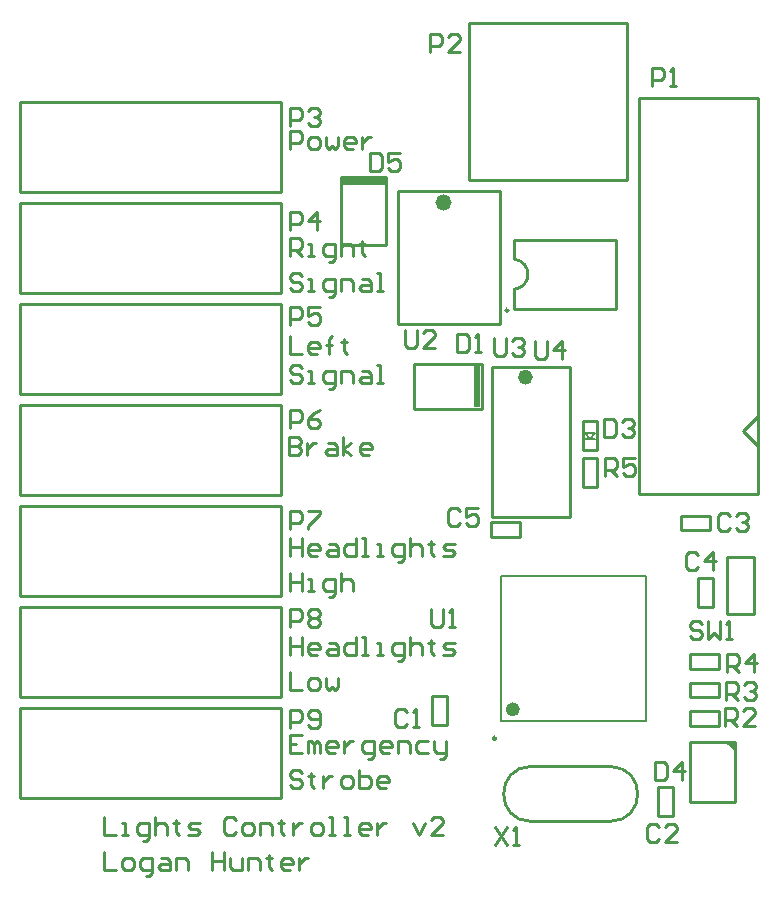
<source format=gto>
G04 Layer_Color=65535*
%FSLAX43Y43*%
%MOMM*%
G71*
G01*
G75*
%ADD20C,0.254*%
%ADD34C,0.250*%
%ADD35C,0.600*%
%ADD36C,0.200*%
%ADD37C,0.152*%
%ADD38R,3.683X0.508*%
%ADD39R,0.508X3.683*%
D20*
X64732Y19700D02*
G03*
X64732Y15050I0J-2325D01*
G01*
X71432D02*
G03*
X71432Y19700I0J2325D01*
G01*
X64754Y52659D02*
G03*
X64754Y52659I-508J0D01*
G01*
X64627D02*
G03*
X64627Y52659I-381J0D01*
G01*
X64246Y52405D02*
G03*
X64132Y52432I0J254D01*
G01*
X64373Y52659D02*
G03*
X64246Y52532I-127J0D01*
G01*
X63307Y60111D02*
G03*
X63318Y62640I-115J1265D01*
G01*
X62811Y58328D02*
G03*
X62811Y58328I-127J0D01*
G01*
X57444Y67449D02*
G03*
X57444Y67449I-127J0D01*
G01*
X57571D02*
G03*
X57571Y67449I-254J0D01*
G01*
X57719D02*
G03*
X57719Y67449I-402J0D01*
G01*
X57885D02*
G03*
X57885Y67449I-568J0D01*
G01*
X57615Y23218D02*
Y25668D01*
X56365Y23218D02*
X57615D01*
X56365D02*
Y25668D01*
X57615D01*
X83638Y32602D02*
Y37428D01*
X81352Y32602D02*
X83638D01*
X81352D02*
Y37428D01*
X83638D01*
X75486Y15514D02*
Y17964D01*
X76736D01*
Y15514D02*
Y17964D01*
X75486Y15514D02*
X76736D01*
X77448Y39694D02*
X79898D01*
X77448D02*
Y40944D01*
X79898D01*
Y39694D02*
Y40944D01*
X78849Y33218D02*
Y35668D01*
X80099D01*
Y33218D02*
Y35668D01*
X78849Y33218D02*
X80099D01*
X61354Y40390D02*
X63804D01*
Y39140D02*
Y40390D01*
X61354Y39140D02*
X63804D01*
X61354D02*
Y40390D01*
X81643Y21469D02*
Y21786D01*
X81706Y21532D02*
X81897Y21342D01*
X81960D01*
Y21532D01*
X81706Y21786D02*
X81960Y21532D01*
X81706Y21786D02*
X81960Y21532D01*
Y21342D02*
Y21532D01*
Y21151D02*
Y21532D01*
X81706Y21786D02*
X81960Y21532D01*
X81706Y21786D02*
X81960D01*
X81325D02*
X81960D01*
X81325D02*
X81960Y21151D01*
X78150Y16706D02*
X79039D01*
X78150D02*
Y21786D01*
X81960D01*
Y16706D02*
Y21786D01*
X78531Y16706D02*
X81960D01*
X78182Y24382D02*
X80632D01*
Y23132D02*
Y24382D01*
X78182Y23132D02*
X80632D01*
X78182D02*
Y24382D01*
Y29223D02*
X80632D01*
Y27973D02*
Y29223D01*
X78182Y27973D02*
X80632D01*
X78182D02*
Y29223D01*
Y26802D02*
X80632D01*
Y25552D02*
Y26802D01*
X78182Y25552D02*
X80632D01*
X78182D02*
Y26802D01*
X64732Y19700D02*
X71432D01*
X64732Y15050D02*
X71432D01*
X69098Y48939D02*
X70348D01*
X69098Y46489D02*
Y48939D01*
Y46489D02*
X70348D01*
Y48939D01*
X69098Y45813D02*
X70348D01*
X69098Y43363D02*
Y45813D01*
Y43363D02*
X70348D01*
Y45813D01*
X61452Y53548D02*
X68056D01*
Y40848D02*
Y53548D01*
X61452Y40848D02*
X68056D01*
X61452D02*
Y53548D01*
X73873Y76297D02*
X83906D01*
X73873Y42769D02*
Y76297D01*
Y42769D02*
X83906D01*
Y76297D01*
Y49246D02*
Y49373D01*
X82636Y48103D02*
X83906Y49373D01*
X82636Y48103D02*
X83906Y46833D01*
X21463Y68326D02*
Y75946D01*
Y68326D02*
X43561D01*
Y75946D01*
X21463D02*
X43561D01*
X21463Y59775D02*
Y67395D01*
Y59775D02*
X43561D01*
Y67395D01*
X21463D02*
X43561D01*
X21463Y51223D02*
Y58843D01*
Y51223D02*
X43561D01*
Y58843D01*
X21463D02*
X43561D01*
X21463Y42672D02*
Y50292D01*
Y42672D02*
X43561D01*
Y50292D01*
X21463D02*
X43561D01*
X21463Y34121D02*
Y41741D01*
Y34121D02*
X43561D01*
Y41741D01*
X21463D02*
X43561D01*
X21463Y25569D02*
Y33189D01*
Y25569D02*
X43561D01*
Y33189D01*
X21463D02*
X43561D01*
X21463Y17018D02*
Y24638D01*
Y17018D02*
X43561D01*
Y24638D01*
X21463D02*
X43561D01*
X59476Y69381D02*
Y82681D01*
Y69381D02*
X72876D01*
Y82681D01*
X59476D02*
X72876D01*
X48630Y69600D02*
X52440D01*
X48630Y63885D02*
Y69600D01*
Y63885D02*
X52440D01*
Y69600D01*
X63318Y62640D02*
Y64296D01*
X63319Y58455D02*
Y60099D01*
X71955Y58455D02*
Y64170D01*
X63319Y64297D02*
X71955D01*
X63319Y58455D02*
X71955D01*
X53507Y68465D02*
X62143D01*
X53507Y57162D02*
Y68465D01*
Y57162D02*
X62143D01*
Y68465D01*
X60553Y50002D02*
Y53812D01*
X54838D02*
X60553D01*
X54838Y50002D02*
Y53812D01*
Y50002D02*
X60553D01*
X44323Y62889D02*
Y64413D01*
X45085D01*
X45339Y64159D01*
Y63651D01*
X45085Y63397D01*
X44323D01*
X44831D02*
X45339Y62889D01*
X45847D02*
X46354D01*
X46100D01*
Y63905D01*
X45847D01*
X47624Y62382D02*
X47878D01*
X48132Y62636D01*
Y63905D01*
X47370D01*
X47116Y63651D01*
Y63143D01*
X47370Y62889D01*
X48132D01*
X48640Y64413D02*
Y62889D01*
Y63651D01*
X48894Y63905D01*
X49401D01*
X49655Y63651D01*
Y62889D01*
X50417Y64159D02*
Y63905D01*
X50163D01*
X50671D01*
X50417D01*
Y63143D01*
X50671Y62889D01*
X45339Y61213D02*
X45085Y61467D01*
X44577D01*
X44323Y61213D01*
Y60960D01*
X44577Y60706D01*
X45085D01*
X45339Y60452D01*
Y60198D01*
X45085Y59944D01*
X44577D01*
X44323Y60198D01*
X45847Y59944D02*
X46354D01*
X46100D01*
Y60960D01*
X45847D01*
X47624Y59436D02*
X47878D01*
X48132Y59690D01*
Y60960D01*
X47370D01*
X47116Y60706D01*
Y60198D01*
X47370Y59944D01*
X48132D01*
X48640D02*
Y60960D01*
X49401D01*
X49655Y60706D01*
Y59944D01*
X50417Y60960D02*
X50925D01*
X51179Y60706D01*
Y59944D01*
X50417D01*
X50163Y60198D01*
X50417Y60452D01*
X51179D01*
X51687Y59944D02*
X52194D01*
X51941D01*
Y61467D01*
X51687D01*
X44323Y56158D02*
Y54635D01*
X45339D01*
X46608D02*
X46100D01*
X45847Y54889D01*
Y55396D01*
X46100Y55650D01*
X46608D01*
X46862Y55396D01*
Y55142D01*
X45847D01*
X47624Y54635D02*
Y55904D01*
Y55396D01*
X47370D01*
X47878D01*
X47624D01*
Y55904D01*
X47878Y56158D01*
X48894Y55904D02*
Y55650D01*
X48640D01*
X49147D01*
X48894D01*
Y54889D01*
X49147Y54635D01*
X45339Y53466D02*
X45085Y53720D01*
X44577D01*
X44323Y53466D01*
Y53213D01*
X44577Y52959D01*
X45085D01*
X45339Y52705D01*
Y52451D01*
X45085Y52197D01*
X44577D01*
X44323Y52451D01*
X45847Y52197D02*
X46354D01*
X46100D01*
Y53213D01*
X45847D01*
X47624Y51689D02*
X47878D01*
X48132Y51943D01*
Y53213D01*
X47370D01*
X47116Y52959D01*
Y52451D01*
X47370Y52197D01*
X48132D01*
X48640D02*
Y53213D01*
X49401D01*
X49655Y52959D01*
Y52197D01*
X50417Y53213D02*
X50925D01*
X51179Y52959D01*
Y52197D01*
X50417D01*
X50163Y52451D01*
X50417Y52705D01*
X51179D01*
X51687Y52197D02*
X52194D01*
X51941D01*
Y53720D01*
X51687D01*
X44323Y39013D02*
Y37489D01*
Y38251D01*
X45339D01*
Y39013D01*
Y37489D01*
X46608D02*
X46100D01*
X45847Y37743D01*
Y38251D01*
X46100Y38505D01*
X46608D01*
X46862Y38251D01*
Y37997D01*
X45847D01*
X47624Y38505D02*
X48132D01*
X48386Y38251D01*
Y37489D01*
X47624D01*
X47370Y37743D01*
X47624Y37997D01*
X48386D01*
X49909Y39013D02*
Y37489D01*
X49147D01*
X48894Y37743D01*
Y38251D01*
X49147Y38505D01*
X49909D01*
X50417Y37489D02*
X50925D01*
X50671D01*
Y39013D01*
X50417D01*
X51687Y37489D02*
X52194D01*
X51941D01*
Y38505D01*
X51687D01*
X53464Y36982D02*
X53718D01*
X53972Y37236D01*
Y38505D01*
X53210D01*
X52956Y38251D01*
Y37743D01*
X53210Y37489D01*
X53972D01*
X54480Y39013D02*
Y37489D01*
Y38251D01*
X54734Y38505D01*
X55241D01*
X55495Y38251D01*
Y37489D01*
X56257Y38759D02*
Y38505D01*
X56003D01*
X56511D01*
X56257D01*
Y37743D01*
X56511Y37489D01*
X57273D02*
X58035D01*
X58288Y37743D01*
X58035Y37997D01*
X57527D01*
X57273Y38251D01*
X57527Y38505D01*
X58288D01*
X44323Y36067D02*
Y34544D01*
Y35306D01*
X45339D01*
Y36067D01*
Y34544D01*
X45847D02*
X46354D01*
X46100D01*
Y35560D01*
X45847D01*
X47624Y34036D02*
X47878D01*
X48132Y34290D01*
Y35560D01*
X47370D01*
X47116Y35306D01*
Y34798D01*
X47370Y34544D01*
X48132D01*
X48640Y36067D02*
Y34544D01*
Y35306D01*
X48894Y35560D01*
X49401D01*
X49655Y35306D01*
Y34544D01*
X44323Y30631D02*
Y29108D01*
Y29869D01*
X45339D01*
Y30631D01*
Y29108D01*
X46608D02*
X46100D01*
X45847Y29362D01*
Y29869D01*
X46100Y30123D01*
X46608D01*
X46862Y29869D01*
Y29615D01*
X45847D01*
X47624Y30123D02*
X48132D01*
X48386Y29869D01*
Y29108D01*
X47624D01*
X47370Y29362D01*
X47624Y29615D01*
X48386D01*
X49909Y30631D02*
Y29108D01*
X49147D01*
X48894Y29362D01*
Y29869D01*
X49147Y30123D01*
X49909D01*
X50417Y29108D02*
X50925D01*
X50671D01*
Y30631D01*
X50417D01*
X51687Y29108D02*
X52194D01*
X51941D01*
Y30123D01*
X51687D01*
X53464Y28600D02*
X53718D01*
X53972Y28854D01*
Y30123D01*
X53210D01*
X52956Y29869D01*
Y29362D01*
X53210Y29108D01*
X53972D01*
X54480Y30631D02*
Y29108D01*
Y29869D01*
X54734Y30123D01*
X55241D01*
X55495Y29869D01*
Y29108D01*
X56257Y30377D02*
Y30123D01*
X56003D01*
X56511D01*
X56257D01*
Y29362D01*
X56511Y29108D01*
X57273D02*
X58035D01*
X58288Y29362D01*
X58035Y29615D01*
X57527D01*
X57273Y29869D01*
X57527Y30123D01*
X58288D01*
X44323Y27686D02*
Y26162D01*
X45339D01*
X46100D02*
X46608D01*
X46862Y26416D01*
Y26924D01*
X46608Y27178D01*
X46100D01*
X45847Y26924D01*
Y26416D01*
X46100Y26162D01*
X47370Y27178D02*
Y26416D01*
X47624Y26162D01*
X47878Y26416D01*
X48132Y26162D01*
X48386Y26416D01*
Y27178D01*
X45339Y22376D02*
X44323D01*
Y20853D01*
X45339D01*
X44323Y21614D02*
X44831D01*
X45847Y20853D02*
Y21868D01*
X46100D01*
X46354Y21614D01*
Y20853D01*
Y21614D01*
X46608Y21868D01*
X46862Y21614D01*
Y20853D01*
X48132D02*
X47624D01*
X47370Y21107D01*
Y21614D01*
X47624Y21868D01*
X48132D01*
X48386Y21614D01*
Y21360D01*
X47370D01*
X48894Y21868D02*
Y20853D01*
Y21360D01*
X49147Y21614D01*
X49401Y21868D01*
X49655D01*
X50925Y20345D02*
X51179D01*
X51433Y20599D01*
Y21868D01*
X50671D01*
X50417Y21614D01*
Y21107D01*
X50671Y20853D01*
X51433D01*
X52702D02*
X52194D01*
X51941Y21107D01*
Y21614D01*
X52194Y21868D01*
X52702D01*
X52956Y21614D01*
Y21360D01*
X51941D01*
X53464Y20853D02*
Y21868D01*
X54226D01*
X54480Y21614D01*
Y20853D01*
X56003Y21868D02*
X55241D01*
X54988Y21614D01*
Y21107D01*
X55241Y20853D01*
X56003D01*
X56511Y21868D02*
Y21107D01*
X56765Y20853D01*
X57527D01*
Y20599D01*
X57273Y20345D01*
X57019D01*
X57527Y20853D02*
Y21868D01*
X45339Y19177D02*
X45085Y19431D01*
X44577D01*
X44323Y19177D01*
Y18923D01*
X44577Y18669D01*
X45085D01*
X45339Y18415D01*
Y18161D01*
X45085Y17907D01*
X44577D01*
X44323Y18161D01*
X46100Y19177D02*
Y18923D01*
X45847D01*
X46354D01*
X46100D01*
Y18161D01*
X46354Y17907D01*
X47116Y18923D02*
Y17907D01*
Y18415D01*
X47370Y18669D01*
X47624Y18923D01*
X47878D01*
X48894Y17907D02*
X49401D01*
X49655Y18161D01*
Y18669D01*
X49401Y18923D01*
X48894D01*
X48640Y18669D01*
Y18161D01*
X48894Y17907D01*
X50163Y19431D02*
Y17907D01*
X50925D01*
X51179Y18161D01*
Y18415D01*
Y18669D01*
X50925Y18923D01*
X50163D01*
X52448Y17907D02*
X51941D01*
X51687Y18161D01*
Y18669D01*
X51941Y18923D01*
X52448D01*
X52702Y18669D01*
Y18415D01*
X51687D01*
X28567Y15398D02*
Y13875D01*
X29582D01*
X30090D02*
X30598D01*
X30344D01*
Y14890D01*
X30090D01*
X31868Y13367D02*
X32122D01*
X32375Y13621D01*
Y14890D01*
X31614D01*
X31360Y14636D01*
Y14129D01*
X31614Y13875D01*
X32375D01*
X32883Y15398D02*
Y13875D01*
Y14636D01*
X33137Y14890D01*
X33645D01*
X33899Y14636D01*
Y13875D01*
X34661Y15144D02*
Y14890D01*
X34407D01*
X34915D01*
X34661D01*
Y14129D01*
X34915Y13875D01*
X35676D02*
X36438D01*
X36692Y14129D01*
X36438Y14382D01*
X35930D01*
X35676Y14636D01*
X35930Y14890D01*
X36692D01*
X39739Y15144D02*
X39485Y15398D01*
X38977D01*
X38723Y15144D01*
Y14129D01*
X38977Y13875D01*
X39485D01*
X39739Y14129D01*
X40501Y13875D02*
X41009D01*
X41263Y14129D01*
Y14636D01*
X41009Y14890D01*
X40501D01*
X40247Y14636D01*
Y14129D01*
X40501Y13875D01*
X41770D02*
Y14890D01*
X42532D01*
X42786Y14636D01*
Y13875D01*
X43548Y15144D02*
Y14890D01*
X43294D01*
X43802D01*
X43548D01*
Y14129D01*
X43802Y13875D01*
X44563Y14890D02*
Y13875D01*
Y14382D01*
X44817Y14636D01*
X45071Y14890D01*
X45325D01*
X46341Y13875D02*
X46849D01*
X47103Y14129D01*
Y14636D01*
X46849Y14890D01*
X46341D01*
X46087Y14636D01*
Y14129D01*
X46341Y13875D01*
X47611D02*
X48118D01*
X47864D01*
Y15398D01*
X47611D01*
X48880Y13875D02*
X49388D01*
X49134D01*
Y15398D01*
X48880D01*
X50911Y13875D02*
X50404D01*
X50150Y14129D01*
Y14636D01*
X50404Y14890D01*
X50911D01*
X51165Y14636D01*
Y14382D01*
X50150D01*
X51673Y14890D02*
Y13875D01*
Y14382D01*
X51927Y14636D01*
X52181Y14890D01*
X52435D01*
X54720D02*
X55228Y13875D01*
X55736Y14890D01*
X57259Y13875D02*
X56244D01*
X57259Y14890D01*
Y15144D01*
X57005Y15398D01*
X56498D01*
X56244Y15144D01*
X28567Y12452D02*
Y10929D01*
X29582D01*
X30344D02*
X30852D01*
X31106Y11183D01*
Y11691D01*
X30852Y11945D01*
X30344D01*
X30090Y11691D01*
Y11183D01*
X30344Y10929D01*
X32122Y10421D02*
X32375D01*
X32629Y10675D01*
Y11945D01*
X31868D01*
X31614Y11691D01*
Y11183D01*
X31868Y10929D01*
X32629D01*
X33391Y11945D02*
X33899D01*
X34153Y11691D01*
Y10929D01*
X33391D01*
X33137Y11183D01*
X33391Y11437D01*
X34153D01*
X34661Y10929D02*
Y11945D01*
X35422D01*
X35676Y11691D01*
Y10929D01*
X37708Y12452D02*
Y10929D01*
Y11691D01*
X38723D01*
Y12452D01*
Y10929D01*
X39231Y11945D02*
Y11183D01*
X39485Y10929D01*
X40247D01*
Y11945D01*
X40755Y10929D02*
Y11945D01*
X41516D01*
X41770Y11691D01*
Y10929D01*
X42532Y12199D02*
Y11945D01*
X42278D01*
X42786D01*
X42532D01*
Y11183D01*
X42786Y10929D01*
X44310D02*
X43802D01*
X43548Y11183D01*
Y11691D01*
X43802Y11945D01*
X44310D01*
X44564Y11691D01*
Y11437D01*
X43548D01*
X45071Y11945D02*
Y10929D01*
Y11437D01*
X45325Y11691D01*
X45579Y11945D01*
X45833D01*
X61699Y14585D02*
X62714Y13061D01*
Y14585D02*
X61699Y13061D01*
X63222D02*
X63730D01*
X63476D01*
Y14585D01*
X63222Y14331D01*
X56272Y33002D02*
Y31732D01*
X56526Y31478D01*
X57034D01*
X57287Y31732D01*
Y33002D01*
X57795Y31478D02*
X58303D01*
X58049D01*
Y33002D01*
X57795Y32748D01*
X79226Y31791D02*
X78972Y32045D01*
X78464D01*
X78211Y31791D01*
Y31537D01*
X78464Y31283D01*
X78972D01*
X79226Y31029D01*
Y30775D01*
X78972Y30522D01*
X78464D01*
X78211Y30775D01*
X79734Y32045D02*
Y30522D01*
X80242Y31029D01*
X80750Y30522D01*
Y32045D01*
X81258Y30522D02*
X81765D01*
X81511D01*
Y32045D01*
X81258Y31791D01*
X81287Y27725D02*
Y29249D01*
X82049D01*
X82302Y28995D01*
Y28487D01*
X82049Y28233D01*
X81287D01*
X81795D02*
X82302Y27725D01*
X83572D02*
Y29249D01*
X82810Y28487D01*
X83826D01*
X81199Y25313D02*
Y26837D01*
X81961D01*
X82215Y26583D01*
Y26075D01*
X81961Y25821D01*
X81199D01*
X81707D02*
X82215Y25313D01*
X82723Y26583D02*
X82977Y26837D01*
X83485D01*
X83738Y26583D01*
Y26329D01*
X83485Y26075D01*
X83231D01*
X83485D01*
X83738Y25821D01*
Y25567D01*
X83485Y25313D01*
X82977D01*
X82723Y25567D01*
X81145Y23157D02*
Y24681D01*
X81907D01*
X82160Y24427D01*
Y23919D01*
X81907Y23665D01*
X81145D01*
X81653D02*
X82160Y23157D01*
X83684D02*
X82668D01*
X83684Y24173D01*
Y24427D01*
X83430Y24681D01*
X82922D01*
X82668Y24427D01*
X75228Y20084D02*
Y18561D01*
X75990D01*
X76244Y18815D01*
Y19830D01*
X75990Y20084D01*
X75228D01*
X77513Y18561D02*
Y20084D01*
X76751Y19323D01*
X77767D01*
X58711Y41325D02*
X58457Y41579D01*
X57949D01*
X57695Y41325D01*
Y40309D01*
X57949Y40055D01*
X58457D01*
X58711Y40309D01*
X60234Y41579D02*
X59219D01*
Y40817D01*
X59727Y41071D01*
X59980D01*
X60234Y40817D01*
Y40309D01*
X59980Y40055D01*
X59473D01*
X59219Y40309D01*
X78884Y37575D02*
X78630Y37829D01*
X78122D01*
X77868Y37575D01*
Y36560D01*
X78122Y36306D01*
X78630D01*
X78884Y36560D01*
X80153Y36306D02*
Y37829D01*
X79391Y37067D01*
X80407D01*
X81559Y40899D02*
X81305Y41153D01*
X80797D01*
X80543Y40899D01*
Y39884D01*
X80797Y39630D01*
X81305D01*
X81559Y39884D01*
X82067Y40899D02*
X82321Y41153D01*
X82829D01*
X83083Y40899D01*
Y40645D01*
X82829Y40391D01*
X82575D01*
X82829D01*
X83083Y40137D01*
Y39884D01*
X82829Y39630D01*
X82321D01*
X82067Y39884D01*
X75597Y14603D02*
X75343Y14857D01*
X74835D01*
X74581Y14603D01*
Y13588D01*
X74835Y13334D01*
X75343D01*
X75597Y13588D01*
X77120Y13334D02*
X76104D01*
X77120Y14349D01*
Y14603D01*
X76866Y14857D01*
X76358D01*
X76104Y14603D01*
X54240Y24290D02*
X53986Y24544D01*
X53478D01*
X53224Y24290D01*
Y23274D01*
X53478Y23020D01*
X53986D01*
X54240Y23274D01*
X54748Y23020D02*
X55256D01*
X55002D01*
Y24544D01*
X54748Y24290D01*
X58433Y56283D02*
Y54759D01*
X59195D01*
X59449Y55013D01*
Y56029D01*
X59195Y56283D01*
X58433D01*
X59957Y54759D02*
X60465D01*
X60211D01*
Y56283D01*
X59957Y56029D01*
X70882Y49088D02*
Y47565D01*
X71644D01*
X71898Y47819D01*
Y48835D01*
X71644Y49088D01*
X70882D01*
X72406Y48835D02*
X72660Y49088D01*
X73167D01*
X73421Y48835D01*
Y48581D01*
X73167Y48327D01*
X72914D01*
X73167D01*
X73421Y48073D01*
Y47819D01*
X73167Y47565D01*
X72660D01*
X72406Y47819D01*
X51124Y71618D02*
Y70094D01*
X51886D01*
X52140Y70348D01*
Y71364D01*
X51886Y71618D01*
X51124D01*
X53663D02*
X52648D01*
Y70856D01*
X53156Y71110D01*
X53409D01*
X53663Y70856D01*
Y70348D01*
X53409Y70094D01*
X52902D01*
X52648Y70348D01*
X74948Y77333D02*
Y78856D01*
X75710D01*
X75963Y78602D01*
Y78095D01*
X75710Y77841D01*
X74948D01*
X76471Y77333D02*
X76979D01*
X76725D01*
Y78856D01*
X76471Y78602D01*
X56144Y80220D02*
Y81744D01*
X56905D01*
X57159Y81490D01*
Y80982D01*
X56905Y80728D01*
X56144D01*
X58683Y80220D02*
X57667D01*
X58683Y81236D01*
Y81490D01*
X58429Y81744D01*
X57921D01*
X57667Y81490D01*
X44323Y73914D02*
Y75438D01*
X45085D01*
X45339Y75184D01*
Y74676D01*
X45085Y74422D01*
X44323D01*
X45847Y75184D02*
X46100Y75438D01*
X46608D01*
X46862Y75184D01*
Y74930D01*
X46608Y74676D01*
X46354D01*
X46608D01*
X46862Y74422D01*
Y74168D01*
X46608Y73914D01*
X46100D01*
X45847Y74168D01*
X44323Y65109D02*
Y66632D01*
X45085D01*
X45339Y66378D01*
Y65870D01*
X45085Y65616D01*
X44323D01*
X46608Y65109D02*
Y66632D01*
X45847Y65870D01*
X46862D01*
X44323Y57065D02*
Y58589D01*
X45085D01*
X45339Y58335D01*
Y57827D01*
X45085Y57573D01*
X44323D01*
X46862Y58589D02*
X45847D01*
Y57827D01*
X46354Y58081D01*
X46608D01*
X46862Y57827D01*
Y57319D01*
X46608Y57065D01*
X46100D01*
X45847Y57319D01*
X44323Y48387D02*
Y49910D01*
X45085D01*
X45339Y49657D01*
Y49149D01*
X45085Y48895D01*
X44323D01*
X46862Y49910D02*
X46354Y49657D01*
X45847Y49149D01*
Y48641D01*
X46100Y48387D01*
X46608D01*
X46862Y48641D01*
Y48895D01*
X46608Y49149D01*
X45847D01*
X44323Y39836D02*
Y41359D01*
X45085D01*
X45339Y41105D01*
Y40597D01*
X45085Y40343D01*
X44323D01*
X45847Y41359D02*
X46862D01*
Y41105D01*
X45847Y40090D01*
Y39836D01*
X44323Y31538D02*
Y33062D01*
X45085D01*
X45339Y32808D01*
Y32300D01*
X45085Y32046D01*
X44323D01*
X45847Y32808D02*
X46100Y33062D01*
X46608D01*
X46862Y32808D01*
Y32554D01*
X46608Y32300D01*
X46862Y32046D01*
Y31792D01*
X46608Y31538D01*
X46100D01*
X45847Y31792D01*
Y32046D01*
X46100Y32300D01*
X45847Y32554D01*
Y32808D01*
X46100Y32300D02*
X46608D01*
X44323Y22987D02*
Y24511D01*
X45085D01*
X45339Y24257D01*
Y23749D01*
X45085Y23495D01*
X44323D01*
X45847Y23241D02*
X46100Y22987D01*
X46608D01*
X46862Y23241D01*
Y24257D01*
X46608Y24511D01*
X46100D01*
X45847Y24257D01*
Y24003D01*
X46100Y23749D01*
X46862D01*
X70969Y44302D02*
Y45825D01*
X71730D01*
X71984Y45571D01*
Y45063D01*
X71730Y44809D01*
X70969D01*
X71476D02*
X71984Y44302D01*
X73508Y45825D02*
X72492D01*
Y45063D01*
X73000Y45317D01*
X73254D01*
X73508Y45063D01*
Y44555D01*
X73254Y44302D01*
X72746D01*
X72492Y44555D01*
X54086Y56653D02*
Y55383D01*
X54340Y55129D01*
X54848D01*
X55102Y55383D01*
Y56653D01*
X56625Y55129D02*
X55610D01*
X56625Y56145D01*
Y56399D01*
X56371Y56653D01*
X55863D01*
X55610Y56399D01*
X65029Y55742D02*
Y54472D01*
X65282Y54218D01*
X65790D01*
X66044Y54472D01*
Y55742D01*
X67314Y54218D02*
Y55742D01*
X66552Y54980D01*
X67568D01*
X61581Y55953D02*
Y54683D01*
X61835Y54429D01*
X62343D01*
X62597Y54683D01*
Y55953D01*
X63104Y55699D02*
X63358Y55953D01*
X63866D01*
X64120Y55699D01*
Y55445D01*
X63866Y55191D01*
X63612D01*
X63866D01*
X64120Y54937D01*
Y54683D01*
X63866Y54429D01*
X63358D01*
X63104Y54683D01*
X44323Y72009D02*
Y73533D01*
X45085D01*
X45339Y73279D01*
Y72771D01*
X45085Y72517D01*
X44323D01*
X46100Y72009D02*
X46608D01*
X46862Y72263D01*
Y72771D01*
X46608Y73025D01*
X46100D01*
X45847Y72771D01*
Y72263D01*
X46100Y72009D01*
X47370Y73025D02*
Y72263D01*
X47624Y72009D01*
X47878Y72263D01*
X48132Y72009D01*
X48386Y72263D01*
Y73025D01*
X49655Y72009D02*
X49147D01*
X48894Y72263D01*
Y72771D01*
X49147Y73025D01*
X49655D01*
X49909Y72771D01*
Y72517D01*
X48894D01*
X50417Y73025D02*
Y72009D01*
Y72517D01*
X50671Y72771D01*
X50925Y73025D01*
X51179D01*
X44196Y47625D02*
Y46101D01*
X44958D01*
X45212Y46355D01*
Y46609D01*
X44958Y46863D01*
X44196D01*
X44958D01*
X45212Y47117D01*
Y47371D01*
X44958Y47625D01*
X44196D01*
X45720Y47117D02*
Y46101D01*
Y46609D01*
X45973Y46863D01*
X46227Y47117D01*
X46481D01*
X47497D02*
X48005D01*
X48259Y46863D01*
Y46101D01*
X47497D01*
X47243Y46355D01*
X47497Y46609D01*
X48259D01*
X48767Y46101D02*
Y47625D01*
Y46609D02*
X49528Y47117D01*
X48767Y46609D02*
X49528Y46101D01*
X51052D02*
X50544D01*
X50290Y46355D01*
Y46863D01*
X50544Y47117D01*
X51052D01*
X51306Y46863D01*
Y46609D01*
X50290D01*
D34*
X61756Y22088D02*
G03*
X61756Y22088I-125J0D01*
G01*
D35*
X63481Y24538D02*
G03*
X63481Y24538I-300J0D01*
G01*
D36*
X62181Y23538D02*
X74481D01*
X62181Y35838D02*
X74481D01*
X62181Y23538D02*
Y35838D01*
X74481Y23538D02*
Y35838D01*
D37*
X69262Y47907D02*
X69706Y47463D01*
X70151Y47907D01*
X69262Y47463D02*
X70151D01*
X69262Y47971D02*
X70151D01*
D38*
X50471Y69219D02*
D03*
D39*
X60172Y51971D02*
D03*
M02*

</source>
